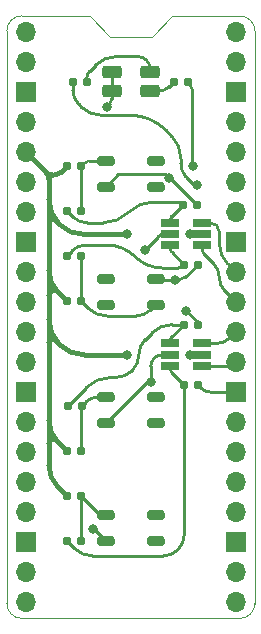
<source format=gbr>
G04 #@! TF.GenerationSoftware,KiCad,Pcbnew,7.0.5*
G04 #@! TF.CreationDate,2023-10-03T09:42:01+03:00*
G04 #@! TF.ProjectId,Pico_mod,5069636f-5f6d-46f6-942e-6b696361645f,rev?*
G04 #@! TF.SameCoordinates,Original*
G04 #@! TF.FileFunction,Copper,L1,Top*
G04 #@! TF.FilePolarity,Positive*
%FSLAX46Y46*%
G04 Gerber Fmt 4.6, Leading zero omitted, Abs format (unit mm)*
G04 Created by KiCad (PCBNEW 7.0.5) date 2023-10-03 09:42:01*
%MOMM*%
%LPD*%
G01*
G04 APERTURE LIST*
G04 Aperture macros list*
%AMRoundRect*
0 Rectangle with rounded corners*
0 $1 Rounding radius*
0 $2 $3 $4 $5 $6 $7 $8 $9 X,Y pos of 4 corners*
0 Add a 4 corners polygon primitive as box body*
4,1,4,$2,$3,$4,$5,$6,$7,$8,$9,$2,$3,0*
0 Add four circle primitives for the rounded corners*
1,1,$1+$1,$2,$3*
1,1,$1+$1,$4,$5*
1,1,$1+$1,$6,$7*
1,1,$1+$1,$8,$9*
0 Add four rect primitives between the rounded corners*
20,1,$1+$1,$2,$3,$4,$5,0*
20,1,$1+$1,$4,$5,$6,$7,0*
20,1,$1+$1,$6,$7,$8,$9,0*
20,1,$1+$1,$8,$9,$2,$3,0*%
G04 Aperture macros list end*
G04 #@! TA.AperFunction,SMDPad,CuDef*
%ADD10RoundRect,0.200000X-0.525000X-0.200000X0.525000X-0.200000X0.525000X0.200000X-0.525000X0.200000X0*%
G04 #@! TD*
G04 #@! TA.AperFunction,SMDPad,CuDef*
%ADD11RoundRect,0.200000X0.525000X0.200000X-0.525000X0.200000X-0.525000X-0.200000X0.525000X-0.200000X0*%
G04 #@! TD*
G04 #@! TA.AperFunction,SMDPad,CuDef*
%ADD12RoundRect,0.160000X-0.197500X-0.160000X0.197500X-0.160000X0.197500X0.160000X-0.197500X0.160000X0*%
G04 #@! TD*
G04 #@! TA.AperFunction,SMDPad,CuDef*
%ADD13RoundRect,0.155000X-0.212500X-0.155000X0.212500X-0.155000X0.212500X0.155000X-0.212500X0.155000X0*%
G04 #@! TD*
G04 #@! TA.AperFunction,ComponentPad*
%ADD14O,1.700000X1.700000*%
G04 #@! TD*
G04 #@! TA.AperFunction,ComponentPad*
%ADD15R,1.700000X1.700000*%
G04 #@! TD*
G04 #@! TA.AperFunction,SMDPad,CuDef*
%ADD16R,1.560000X0.650000*%
G04 #@! TD*
G04 #@! TA.AperFunction,SMDPad,CuDef*
%ADD17RoundRect,0.160000X0.197500X0.160000X-0.197500X0.160000X-0.197500X-0.160000X0.197500X-0.160000X0*%
G04 #@! TD*
G04 #@! TA.AperFunction,SMDPad,CuDef*
%ADD18RoundRect,0.262500X-0.587500X-0.262500X0.587500X-0.262500X0.587500X0.262500X-0.587500X0.262500X0*%
G04 #@! TD*
G04 #@! TA.AperFunction,ViaPad*
%ADD19C,0.800000*%
G04 #@! TD*
G04 #@! TA.AperFunction,Conductor*
%ADD20C,0.250000*%
G04 #@! TD*
G04 #@! TA.AperFunction,Conductor*
%ADD21C,0.400000*%
G04 #@! TD*
G04 #@! TA.AperFunction,Profile*
%ADD22C,0.100000*%
G04 #@! TD*
G04 APERTURE END LIST*
D10*
X8400000Y-12295000D03*
X8400000Y-14445000D03*
X12600000Y-14445000D03*
X12600000Y-12295000D03*
D11*
X12600000Y-24445000D03*
X12600000Y-22295000D03*
X8400000Y-22295000D03*
X8400000Y-24445000D03*
D10*
X8400000Y-32295000D03*
X8400000Y-34445000D03*
X12600000Y-34445000D03*
X12600000Y-32295000D03*
X8400000Y-42295000D03*
X8400000Y-44445000D03*
X12600000Y-44445000D03*
X12600000Y-42295000D03*
D12*
X5080000Y-12700000D03*
X6275000Y-12700000D03*
D13*
X15012500Y-21055000D03*
X16147500Y-21055000D03*
D14*
X1610000Y-1370000D03*
X1610000Y-3910000D03*
D15*
X1610000Y-6450000D03*
D14*
X1610000Y-8990000D03*
X1610000Y-11530000D03*
X1610000Y-14070000D03*
X1610000Y-16610000D03*
D15*
X1610000Y-19150000D03*
D14*
X1610000Y-21690000D03*
X1610000Y-24230000D03*
X1610000Y-26770000D03*
X1610000Y-29310000D03*
D15*
X1610000Y-31850000D03*
D14*
X1610000Y-34390000D03*
X1610000Y-36930000D03*
X1610000Y-39470000D03*
X1610000Y-42010000D03*
D15*
X1610000Y-44550000D03*
D14*
X1610000Y-47090000D03*
X1610000Y-49630000D03*
D12*
X5080000Y-44450000D03*
X6275000Y-44450000D03*
D16*
X13802000Y-17504000D03*
X13802000Y-18454000D03*
X13802000Y-19404000D03*
X16502000Y-19404000D03*
X16502000Y-18454000D03*
X16502000Y-17504000D03*
D12*
X5080000Y-24130000D03*
X6275000Y-24130000D03*
D14*
X19390000Y-1370000D03*
X19390000Y-3910000D03*
D15*
X19390000Y-6450000D03*
D14*
X19390000Y-8990000D03*
X19390000Y-11530000D03*
X19390000Y-14070000D03*
X19390000Y-16610000D03*
D15*
X19390000Y-19150000D03*
D14*
X19390000Y-21690000D03*
X19390000Y-24230000D03*
X19390000Y-26770000D03*
X19390000Y-29310000D03*
D15*
X19390000Y-31850000D03*
D14*
X19390000Y-34390000D03*
X19390000Y-36930000D03*
X19390000Y-39470000D03*
X19390000Y-42010000D03*
D15*
X19390000Y-44550000D03*
D14*
X19390000Y-47090000D03*
X19390000Y-49630000D03*
D13*
X14945000Y-15975000D03*
X16080000Y-15975000D03*
D12*
X5080000Y-36830000D03*
X6275000Y-36830000D03*
D17*
X15326000Y-5600000D03*
X14131000Y-5600000D03*
D18*
X12100000Y-4727000D03*
X8900000Y-4727000D03*
X12100000Y-6377000D03*
X8900000Y-6377000D03*
D12*
X5080000Y-20320000D03*
X6275000Y-20320000D03*
D13*
X15012500Y-26135000D03*
X16147500Y-26135000D03*
D12*
X5584500Y-5600000D03*
X6779500Y-5600000D03*
X5080000Y-16510000D03*
X6275000Y-16510000D03*
X5080000Y-40640000D03*
X6275000Y-40640000D03*
D16*
X13802000Y-27725000D03*
X13802000Y-28675000D03*
X13802000Y-29625000D03*
X16502000Y-29625000D03*
X16502000Y-28675000D03*
X16502000Y-27725000D03*
D12*
X5155000Y-33020000D03*
X6350000Y-33020000D03*
D13*
X15012500Y-31215000D03*
X16147500Y-31215000D03*
D19*
X14224000Y-22352000D03*
X13720716Y-13711779D03*
X15200000Y-25000000D03*
X8500000Y-7682000D03*
X7300000Y-43400000D03*
X12192000Y-30988000D03*
X11684000Y-19812000D03*
X16100000Y-14300000D03*
X15748000Y-12700000D03*
X15500000Y-28700000D03*
X10160000Y-28700000D03*
X10160000Y-18500000D03*
X15500000Y-18500000D03*
D20*
X13802000Y-17311000D02*
X13802000Y-17504000D01*
X8178320Y-17504000D02*
X6776864Y-17504000D01*
X5577000Y-17007000D02*
X5080000Y-16510000D01*
X13938471Y-16981528D02*
X14831500Y-16088500D01*
X14557486Y-15748000D02*
X12417679Y-15748000D01*
X8178320Y-17504008D02*
G75*
G03*
X10298000Y-16626000I-20J2997708D01*
G01*
X14831504Y-15861496D02*
G75*
G03*
X14557486Y-15748000I-274004J-274004D01*
G01*
X12417679Y-15747992D02*
G75*
G03*
X10298000Y-16626000I21J-2997708D01*
G01*
X5577002Y-17006998D02*
G75*
G03*
X6776864Y-17504000I1199868J1199868D01*
G01*
X13938480Y-16981537D02*
G75*
G03*
X13802000Y-17311000I329420J-329463D01*
G01*
X14831500Y-16088500D02*
G75*
G03*
X14831500Y-15861500I-113500J113500D01*
G01*
X13422000Y-18454000D02*
X13802000Y-18454000D01*
X7300000Y-43400000D02*
X7355000Y-43400000D01*
X14224000Y-22352000D02*
X12657000Y-22352000D01*
X13850742Y-13745742D02*
X16080000Y-15975000D01*
X16465000Y-31532500D02*
X16147500Y-31215000D01*
X8900000Y-6999157D02*
X8900000Y-6377000D01*
X9445000Y-13400000D02*
X8400000Y-14445000D01*
X13768747Y-13711779D02*
X13720716Y-13711779D01*
X7355000Y-43400000D02*
X8400000Y-44445000D01*
X15072001Y-22130498D02*
X16147500Y-21055000D01*
X17231512Y-31850000D02*
X19390000Y-31850000D01*
X13720716Y-13711779D02*
X13408937Y-13400000D01*
X13182121Y-28675000D02*
X13802000Y-28675000D01*
X8500000Y-7682000D02*
X8700000Y-7482000D01*
X13408937Y-13400000D02*
X9445000Y-13400000D01*
X12192000Y-29665121D02*
X12192000Y-30988000D01*
X12657000Y-22352000D02*
X12600000Y-22295000D01*
X14224000Y-22352000D02*
X14537250Y-22352000D01*
X16147500Y-26135000D02*
X16147500Y-25947500D01*
X11684000Y-19812000D02*
X12773299Y-18722700D01*
X16147500Y-25947500D02*
X15200000Y-25000000D01*
X12192000Y-30988000D02*
X11857000Y-30988000D01*
X8900000Y-6377000D02*
X8900000Y-4727000D01*
X11857000Y-30988000D02*
X8400000Y-34445000D01*
X13422000Y-18453999D02*
G75*
G03*
X12773299Y-18722700I0J-917401D01*
G01*
X8699998Y-7481998D02*
G75*
G03*
X8900000Y-6999157I-482848J482848D01*
G01*
X12481994Y-28964994D02*
G75*
G03*
X12192000Y-29665121I700106J-700106D01*
G01*
X13182121Y-28675010D02*
G75*
G03*
X12482001Y-28965001I-21J-990090D01*
G01*
X16464996Y-31532504D02*
G75*
G03*
X17231512Y-31850000I766504J766504D01*
G01*
X13850710Y-13745773D02*
G75*
G03*
X13768747Y-13711779I-82010J-81927D01*
G01*
X14537250Y-22352020D02*
G75*
G03*
X15072001Y-22130498I-50J756320D01*
G01*
X13177130Y-21336000D02*
X14532802Y-21336000D01*
X5538000Y-19862000D02*
X5080000Y-20320000D01*
X13802000Y-19624250D02*
X13802000Y-19404000D01*
X14872000Y-20914500D02*
X13957740Y-20000240D01*
X8512869Y-19404000D02*
X6643709Y-19404000D01*
X10845000Y-20370000D02*
G75*
G03*
X8512869Y-19404000I-2332130J-2332130D01*
G01*
X14532802Y-21336001D02*
G75*
G03*
X14872000Y-21195500I-2J479701D01*
G01*
X6643709Y-19404005D02*
G75*
G03*
X5538001Y-19862001I-9J-1563695D01*
G01*
X14872000Y-21195500D02*
G75*
G03*
X14872000Y-20914500I-140500J140500D01*
G01*
X13802027Y-19624250D02*
G75*
G03*
X13957740Y-20000240I531673J-50D01*
G01*
X10844998Y-20370002D02*
G75*
G03*
X13177130Y-21336000I2332132J2332142D01*
G01*
X15012500Y-26135000D02*
X13996750Y-26135000D01*
X10637184Y-30002815D02*
X10608000Y-30032000D01*
X11714815Y-27401184D02*
X12262756Y-26853243D01*
X15012500Y-26135000D02*
X13936173Y-27211326D01*
X13802000Y-27535250D02*
X13802000Y-27725000D01*
X6703490Y-31471509D02*
X5155000Y-33020000D01*
X8807500Y-30600000D02*
X9236726Y-30600000D01*
X13996750Y-26135001D02*
G75*
G03*
X12262757Y-26853244I0J-2452239D01*
G01*
X9236726Y-30600011D02*
G75*
G03*
X10608000Y-30032000I-26J1939311D01*
G01*
X10637178Y-30002809D02*
G75*
G03*
X11176000Y-28702000I-1300778J1300809D01*
G01*
X13936148Y-27211301D02*
G75*
G03*
X13802000Y-27535250I323952J-323899D01*
G01*
X8807500Y-30599994D02*
G75*
G03*
X6703490Y-31471509I0J-2975506D01*
G01*
X11714822Y-27401191D02*
G75*
G03*
X11176000Y-28702000I1300778J-1300809D01*
G01*
X13802000Y-29814750D02*
X13802000Y-29625000D01*
X5715000Y-45085000D02*
X5080000Y-44450000D01*
X15012500Y-31215000D02*
X13936173Y-30138673D01*
X13232841Y-45720000D02*
X7248025Y-45720000D01*
X15012500Y-31215000D02*
X15012500Y-43940341D01*
X14491252Y-45198752D02*
G75*
G03*
X15012500Y-43940341I-1258422J1258412D01*
G01*
X13232841Y-45720017D02*
G75*
G03*
X14491250Y-45198750I-41J1779717D01*
G01*
X13802037Y-29814750D02*
G75*
G03*
X13936174Y-30138672I458063J-50D01*
G01*
X5715001Y-45084999D02*
G75*
G03*
X7248025Y-45720000I1533029J1533029D01*
G01*
X6779500Y-5251250D02*
X6779500Y-5600000D01*
X11075735Y-3432000D02*
X9289800Y-3432000D01*
X12100000Y-4379500D02*
X12100000Y-4727000D01*
X11800000Y-3732000D02*
X11854280Y-3786280D01*
X7026103Y-4655896D02*
X7514750Y-4167250D01*
X12100011Y-4379500D02*
G75*
G03*
X11854280Y-3786280I-838911J0D01*
G01*
X9289800Y-3432001D02*
G75*
G03*
X7514751Y-4167251I0J-2510299D01*
G01*
X11799989Y-3732011D02*
G75*
G03*
X11075735Y-3432000I-724289J-724289D01*
G01*
X7026070Y-4655863D02*
G75*
G03*
X6779500Y-5251250I595430J-595337D01*
G01*
X12804578Y-6377000D02*
X12100000Y-6377000D01*
X13742500Y-5988500D02*
X14131000Y-5600000D01*
X12804578Y-6376990D02*
G75*
G03*
X13742499Y-5988499I22J1326390D01*
G01*
X18695000Y-20995000D02*
X19390000Y-21690000D01*
X17201074Y-17504000D02*
X16502000Y-17504000D01*
X18000000Y-19317121D02*
X18000000Y-18302925D01*
X18000000Y-19317121D02*
G75*
G03*
X18695000Y-20995000I2372880J1D01*
G01*
X17766008Y-17737992D02*
G75*
G03*
X17201074Y-17504000I-564908J-564908D01*
G01*
X17999989Y-18302925D02*
G75*
G03*
X17766000Y-17738000I-798889J25D01*
G01*
X16705293Y-20182293D02*
X17518106Y-20995106D01*
X18481893Y-23321893D02*
X19390000Y-24230000D01*
X16502000Y-19691500D02*
X16502000Y-19404000D01*
X16502004Y-19691500D02*
G75*
G03*
X16705293Y-20182293I694096J0D01*
G01*
X18000004Y-22158500D02*
G75*
G03*
X18481893Y-23321893I1645296J0D01*
G01*
X17999996Y-22158500D02*
G75*
G03*
X17518106Y-20995106I-1645296J0D01*
G01*
X18912500Y-27247500D02*
X19390000Y-26770000D01*
X17759713Y-27725000D02*
X16502000Y-27725000D01*
X17759713Y-27725005D02*
G75*
G03*
X18912500Y-27247500I-13J1630305D01*
G01*
X19232500Y-29467500D02*
X19390000Y-29310000D01*
X18852261Y-29625000D02*
X16502000Y-29625000D01*
X18852261Y-29624983D02*
G75*
G03*
X19232499Y-29467499I39J537683D01*
G01*
X5584500Y-6292250D02*
X5584500Y-5600000D01*
X13927312Y-10127312D02*
X13469500Y-9669500D01*
X10421555Y-8407000D02*
X8012859Y-8407000D01*
X6295750Y-7695750D02*
X6073994Y-7473994D01*
X14732000Y-12489579D02*
X14732000Y-12070000D01*
X15827286Y-14300000D02*
X15145251Y-13617965D01*
X16100000Y-14300000D02*
X15827286Y-14300000D01*
X5584501Y-6292250D02*
G75*
G03*
X6073995Y-7473993I1671239J0D01*
G01*
X6295750Y-7695750D02*
G75*
G03*
X8012859Y-8407000I1717110J1717110D01*
G01*
X14732020Y-12489579D02*
G75*
G03*
X15145252Y-13617964I1759180J4379D01*
G01*
X13469501Y-9669499D02*
G75*
G03*
X10421555Y-8407000I-3047941J-3047941D01*
G01*
X14731992Y-12070000D02*
G75*
G03*
X13927312Y-10127312I-2747392J0D01*
G01*
X15700000Y-6238457D02*
X15700000Y-12618058D01*
X15724000Y-12676000D02*
X15748000Y-12700000D01*
X15513000Y-5787000D02*
X15326000Y-5600000D01*
X15700018Y-12618058D02*
G75*
G03*
X15724001Y-12675999I81882J-42D01*
G01*
X15700017Y-6238457D02*
G75*
G03*
X15513000Y-5787000I-638517J-43D01*
G01*
D21*
X3556000Y-17991537D02*
X3556000Y-15536462D01*
X3556000Y-17991537D02*
X3556000Y-21528369D01*
X3556000Y-23683630D02*
X3556000Y-21528369D01*
X4568457Y-13211542D02*
X5080000Y-12700000D01*
X3556000Y-17991537D02*
X3556003Y-17519661D01*
X3556000Y-36383630D02*
X3556000Y-36173793D01*
X4318000Y-36068000D02*
X4169622Y-35919622D01*
X15578526Y-18454000D02*
X16502000Y-18454000D01*
X3556000Y-28179821D02*
X3555999Y-27630314D01*
X3556000Y-36383630D02*
X3556000Y-34228369D01*
X15523000Y-18477000D02*
X15500000Y-18500000D01*
X10160000Y-18500000D02*
X6519537Y-18500000D01*
X4318000Y-36068000D02*
X5080000Y-36830000D01*
X15512500Y-28687500D02*
X15500000Y-28700000D01*
X4318000Y-39878000D02*
X5080000Y-40640000D01*
X15542677Y-28675000D02*
X16502000Y-28675000D01*
X3556000Y-34228369D02*
X3556000Y-28179821D01*
X4318000Y-23368000D02*
X5080000Y-24130000D01*
X3556000Y-13850000D02*
X3556000Y-15536462D01*
X3291542Y-13211542D02*
X1610000Y-11530000D01*
X4424000Y-17632000D02*
X4090335Y-17298335D01*
X4444000Y-27812000D02*
X4055439Y-27423439D01*
X3556000Y-28179821D02*
X3556000Y-25668178D01*
X3556000Y-36383630D02*
X3556000Y-38038369D01*
X3556000Y-23683630D02*
X3556000Y-25668178D01*
X10160000Y-28700000D02*
X6587821Y-28700000D01*
X4444000Y-27812000D02*
G75*
G03*
X6587821Y-28700000I2143820J2143820D01*
G01*
X4169622Y-35919622D02*
G75*
G03*
X3556000Y-36173793I-254172J-254168D01*
G01*
X3556001Y-34228369D02*
G75*
G03*
X4318000Y-36068000I2601629J-1D01*
G01*
X15578526Y-18454012D02*
G75*
G03*
X15523001Y-18477001I-26J-78488D01*
G01*
X3556001Y-38038369D02*
G75*
G03*
X4318000Y-39878000I2601629J-1D01*
G01*
X3930000Y-13476003D02*
G75*
G03*
X4568456Y-13211541I0J902903D01*
G01*
X3291545Y-13211539D02*
G75*
G03*
X3930000Y-13476000I638455J638439D01*
G01*
X3556001Y-25668178D02*
G75*
G03*
X4444000Y-27812000I3031819J-2D01*
G01*
X3556001Y-21528369D02*
G75*
G03*
X4318000Y-23368000I2601629J-1D01*
G01*
X4090307Y-17298363D02*
G75*
G03*
X3556003Y-17519661I-221307J-221337D01*
G01*
X4055436Y-27423442D02*
G75*
G03*
X3555999Y-27630314I-206876J-206868D01*
G01*
X4424001Y-17631999D02*
G75*
G03*
X6519537Y-18500000I2095539J2095539D01*
G01*
X15542677Y-28674991D02*
G75*
G03*
X15512500Y-28687500I23J-42709D01*
G01*
X3556004Y-13850000D02*
G75*
G03*
X3291542Y-13211542I-902904J0D01*
G01*
X3930000Y-13476000D02*
G75*
G03*
X3556000Y-13850000I0J-374000D01*
G01*
X4318001Y-23367999D02*
G75*
G03*
X3556000Y-23683630I-315631J-315631D01*
G01*
X3556004Y-15536462D02*
G75*
G03*
X4424001Y-17631999I2963526J-8D01*
G01*
D20*
X6477500Y-12497500D02*
X6275000Y-12700000D01*
X6275000Y-12700000D02*
X6275000Y-16510000D01*
X6966378Y-12295000D02*
X8400000Y-12295000D01*
X6966378Y-12294991D02*
G75*
G03*
X6477500Y-12497500I22J-691409D01*
G01*
X6275000Y-24130000D02*
X6275000Y-20320000D01*
X6910000Y-24765000D02*
X6275000Y-24130000D01*
X8443025Y-25400000D02*
X10969713Y-25400000D01*
X12122500Y-24922500D02*
X12600000Y-24445000D01*
X6910001Y-24764999D02*
G75*
G03*
X8443025Y-25400000I1533029J1533029D01*
G01*
X10969713Y-25400005D02*
G75*
G03*
X12122500Y-24922500I-13J1630305D01*
G01*
X6387500Y-32982500D02*
X6312500Y-33057500D01*
X7587652Y-32295000D02*
X8400000Y-32295000D01*
X6275000Y-33148033D02*
X6275000Y-36830000D01*
X6387500Y-32982500D02*
X6712500Y-32657500D01*
X6312490Y-33057490D02*
G75*
G03*
X6275000Y-33148033I90510J-90510D01*
G01*
X7587652Y-32294999D02*
G75*
G03*
X6712501Y-32657501I-2J-1237641D01*
G01*
X8165000Y-42295000D02*
X8400000Y-42295000D01*
X6275000Y-40640000D02*
X7763829Y-42128829D01*
X6275000Y-40640000D02*
X6275000Y-44450000D01*
X7763837Y-42128821D02*
G75*
G03*
X8165000Y-42295000I401163J401121D01*
G01*
D22*
X19750000Y-51000000D02*
G75*
G03*
X21000000Y-49750000I0J1250000D01*
G01*
X1250000Y0D02*
G75*
G03*
X0Y-1250000I2J-1250002D01*
G01*
X0Y-49750000D02*
X0Y-1250000D01*
X19750000Y-51000000D02*
X1250000Y-51000000D01*
X8750000Y-1750000D02*
X12250000Y-1750000D01*
X7000000Y0D02*
X1250000Y0D01*
X21000000Y-1250000D02*
G75*
G03*
X19750000Y0I-1250000J0D01*
G01*
X21000000Y-1250000D02*
X21000000Y-49750000D01*
X12250000Y-1750000D02*
X14000000Y0D01*
X0Y-49750000D02*
G75*
G03*
X1250000Y-51000000I1250000J0D01*
G01*
X8750000Y-1750000D02*
X7000000Y0D01*
X14000000Y0D02*
X19750000Y0D01*
M02*

</source>
